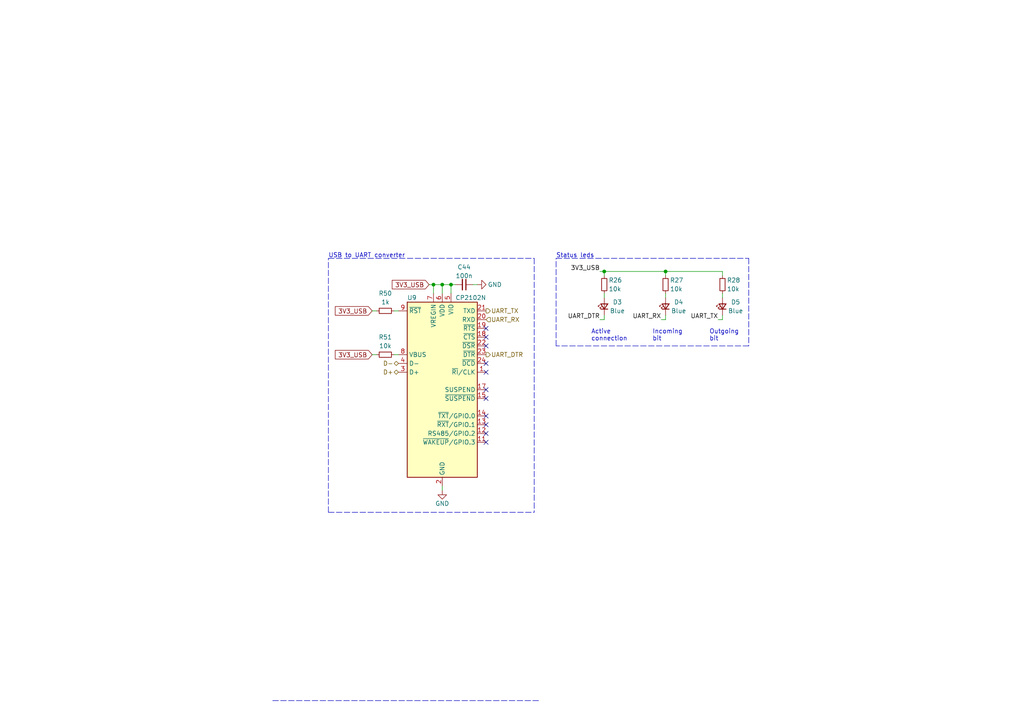
<source format=kicad_sch>
(kicad_sch (version 20211123) (generator eeschema)
  (paper "A4")
  (title_block (title "4x38W amp with DSP and BT") (date "2022-04-17") (rev "1.1.1") (company "ZOUDIO"))
  (lib_symbols
    (symbol "Device:C_Small" (pin_numbers hide) (pin_names (offset 0.254) hide)
      (property "Reference" "C" (at 0.254 1.778 0))
      (property "Value" "C_Small" (at 0.254 -2.032 0))
      (symbol "C_Small_0_1"
        (polyline (pts (xy -1.524 -0.508) (xy 1.524 -0.508)) (stroke (width 0.3302)))
        (polyline (pts (xy -1.524 0.508) (xy 1.524 0.508)) (stroke (width 0.3048)))
      )
      (symbol "C_Small_1_1"
        (pin passive line (at 0 2.54 270) (length 2.032) (name "~") (number "1"))
        (pin passive line (at 0 -2.54 90) (length 2.032) (name "~") (number "2"))
      )
    )
    (symbol "Device:LED_Small" (pin_numbers hide) (pin_names (offset 0.254) hide)
      (property "Reference" "D" (at -1.27 3.175 0))
      (property "Value" "LED_Small" (at -4.445 -2.54 0))
      (symbol "LED_Small_0_1"
        (polyline (pts (xy -0.762 -1.016) (xy -0.762 1.016)) (stroke (width 0.254)))
        (polyline (pts (xy 1.016 0) (xy -0.762 0)))
        (polyline (pts (xy 0.762 -1.016) (xy -0.762 0) (xy 0.762 1.016) (xy 0.762 -1.016)) (stroke (width 0.254)))
        (polyline (pts (xy 0 0.762) (xy -0.508 1.27) (xy -0.254 1.27) (xy -0.508 1.27) (xy -0.508 1.016)))
        (polyline (pts (xy 0.508 1.27) (xy 0 1.778) (xy 0.254 1.778) (xy 0 1.778) (xy 0 1.524)))
      )
      (symbol "LED_Small_1_1"
        (pin passive line (at -2.54 0 0) (length 1.778) (name "K") (number "1"))
        (pin passive line (at 2.54 0 180) (length 1.778) (name "A") (number "2"))
      )
    )
    (symbol "Device:R_Small" (pin_numbers hide) (pin_names (offset 0.254) hide)
      (property "Reference" "R" (at 0.762 0.508 0))
      (property "Value" "R_Small" (at 0.762 -1.016 0))
      (symbol "R_Small_0_1"
        (rectangle (start -0.762 1.778) (end 0.762 -1.778) (stroke (width 0.2032)))
      )
      (symbol "R_Small_1_1"
        (pin passive line (at 0 2.54 270) (length 0.762) (name "~") (number "1"))
        (pin passive line (at 0 -2.54 90) (length 0.762) (name "~") (number "2"))
      )
    )
    (symbol "Interface_USB:CP2102N-Axx-xQFN24"
      (property "Reference" "U" (at -8.89 26.67 0))
      (property "Value" "CP2102N-Axx-xQFN24" (at 13.97 26.67 0))
      (symbol "CP2102N-Axx-xQFN24_0_1"
        (rectangle (start -10.16 25.4) (end 10.16 -25.4) (stroke (width 0.254)) (fill (type background)))
      )
      (symbol "CP2102N-Axx-xQFN24_1_1"
        (pin bidirectional line (at 12.7 5.08 180) (length 2.54) (name "~{RI}/CLK") (number "1"))
        (pin no_connect line (at -10.16 -22.86 0) (length 2.54) hide (name "NC") (number "10"))
        (pin bidirectional line (at 12.7 -15.24 180) (length 2.54) (name "~{WAKEUP}/GPIO.3") (number "11"))
        (pin bidirectional line (at 12.7 -12.7 180) (length 2.54) (name "RS485/GPIO.2") (number "12"))
        (pin bidirectional line (at 12.7 -10.16 180) (length 2.54) (name "~{RXT}/GPIO.1") (number "13"))
        (pin bidirectional line (at 12.7 -7.62 180) (length 2.54) (name "~{TXT}/GPIO.0") (number "14"))
        (pin output line (at 12.7 -2.54 180) (length 2.54) (name "~{SUSPEND}") (number "15"))
        (pin no_connect line (at 10.16 -22.86 180) (length 2.54) hide (name "NC") (number "16"))
        (pin output line (at 12.7 0 180) (length 2.54) (name "SUSPEND") (number "17"))
        (pin input line (at 12.7 15.24 180) (length 2.54) (name "~{CTS}") (number "18"))
        (pin output line (at 12.7 17.78 180) (length 2.54) (name "~{RTS}") (number "19"))
        (pin power_in line (at 0 -27.94 90) (length 2.54) (name "GND") (number "2"))
        (pin input line (at 12.7 20.32 180) (length 2.54) (name "RXD") (number "20"))
        (pin output line (at 12.7 22.86 180) (length 2.54) (name "TXD") (number "21"))
        (pin input line (at 12.7 12.7 180) (length 2.54) (name "~{DSR}") (number "22"))
        (pin output line (at 12.7 10.16 180) (length 2.54) (name "~{DTR}") (number "23"))
        (pin input line (at 12.7 7.62 180) (length 2.54) (name "~{DCD}") (number "24"))
        (pin passive line (at 0 -27.94 90) (length 2.54) hide (name "GND") (number "25"))
        (pin bidirectional line (at -12.7 5.08 0) (length 2.54) (name "D+") (number "3"))
        (pin bidirectional line (at -12.7 7.62 0) (length 2.54) (name "D-") (number "4"))
        (pin power_in line (at 2.54 27.94 270) (length 2.54) (name "VIO") (number "5"))
        (pin power_in line (at 0 27.94 270) (length 2.54) (name "VDD") (number "6"))
        (pin power_in line (at -2.54 27.94 270) (length 2.54) (name "VREGIN") (number "7"))
        (pin input line (at -12.7 10.16 0) (length 2.54) (name "VBUS") (number "8"))
        (pin input line (at -12.7 22.86 0) (length 2.54) (name "~{RST}") (number "9"))
      )
    )
    (symbol "power:GND" (power) (pin_names (offset 0))
      (property "Value" "GND" (at 0 -3.81 0))
      (symbol "GND_0_1"
        (polyline (pts (xy 0 0) (xy 0 -1.27) (xy 1.27 -1.27) (xy 0 -2.54) (xy -1.27 -1.27) (xy 0 -1.27)))
      )
      (symbol "GND_1_1"
        (pin power_in line (at 0 0 270) (length 0) hide (name "GND") (number "1"))
      )
    )
  )
  (junction (at 125.73 82.55))
  (junction (at 175.26 78.74))
  (junction (at 193.04 78.74))
  (junction (at 128.27 82.55))
  (junction (at 130.81 82.55))
  (no_connect (at 140.97 97.79))
  (no_connect (at 140.97 95.25))
  (no_connect (at 140.97 100.33))
  (no_connect (at 140.97 107.95))
  (no_connect (at 140.97 128.27))
  (no_connect (at 140.97 125.73))
  (no_connect (at 140.97 123.19))
  (no_connect (at 140.97 120.65))
  (no_connect (at 140.97 105.41))
  (no_connect (at 140.97 115.57))
  (no_connect (at 140.97 113.03))
  (wire (pts (xy 114.3 90.17) (xy 115.57 90.17)))
  (wire (pts (xy 137.16 82.55) (xy 138.43 82.55)))
  (wire (pts (xy 175.26 78.74) (xy 173.99 78.74)))
  (wire (pts (xy 125.73 82.55) (xy 125.73 85.09)))
  (wire (pts (xy 107.95 90.17) (xy 109.22 90.17)))
  (wire (pts (xy 209.55 92.71) (xy 209.55 91.44)))
  (wire (pts (xy 130.81 82.55) (xy 130.81 85.09)))
  (wire (pts (xy 191.77 92.71) (xy 193.04 92.71)))
  (wire (pts (xy 128.27 140.97) (xy 128.27 142.24)))
  (polyline (pts (xy 95.25 74.93) (xy 154.94 74.93)))
  (wire (pts (xy 175.26 85.09) (xy 175.26 86.36)))
  (wire (pts (xy 128.27 82.55) (xy 128.27 85.09)))
  (polyline (pts (xy 161.29 100.33) (xy 161.29 74.93)))
  (wire (pts (xy 175.26 78.74) (xy 175.26 80.01)))
  (wire (pts (xy 175.26 92.71) (xy 173.99 92.71)))
  (wire (pts (xy 193.04 80.01) (xy 193.04 78.74)))
  (polyline (pts (xy 95.25 148.59) (xy 95.25 74.93)))
  (wire (pts (xy 209.55 85.09) (xy 209.55 86.36)))
  (wire (pts (xy 124.46 82.55) (xy 125.73 82.55)))
  (wire (pts (xy 175.26 91.44) (xy 175.26 92.71)))
  (wire (pts (xy 193.04 85.09) (xy 193.04 86.36)))
  (polyline (pts (xy 217.17 74.93) (xy 217.17 100.33)))
  (wire (pts (xy 175.26 78.74) (xy 193.04 78.74)))
  (polyline (pts (xy 217.17 100.33) (xy 161.29 100.33)))
  (polyline (pts (xy 154.94 74.93) (xy 154.94 148.59)))
  (wire (pts (xy 125.73 82.55) (xy 128.27 82.55)))
  (wire (pts (xy 128.27 82.55) (xy 130.81 82.55)))
  (polyline (pts (xy 156.21 203.2) (xy 78.74 203.2)))
  (wire (pts (xy 193.04 78.74) (xy 209.55 78.74)))
  (wire (pts (xy 130.81 82.55) (xy 132.08 82.55)))
  (wire (pts (xy 114.3 102.87) (xy 115.57 102.87)))
  (polyline (pts (xy 95.25 148.59) (xy 154.94 148.59)))
  (wire (pts (xy 209.55 80.01) (xy 209.55 78.74)))
  (wire (pts (xy 193.04 92.71) (xy 193.04 91.44)))
  (wire (pts (xy 208.28 92.71) (xy 209.55 92.71)))
  (polyline (pts (xy 161.29 74.93) (xy 217.17 74.93)))
  (wire (pts (xy 109.22 102.87) (xy 107.95 102.87)))
  (text "Incoming\nbit" (at 189.23 99.06 0) (effects (font (size 1.27 1.27)) (justify left bottom)))
  (text "USB to UART converter" (at 95.25 74.93 0) (effects (font (size 1.27 1.27)) (justify left bottom)))
  (text "Status leds" (at 161.29 74.93 0) (effects (font (size 1.27 1.27)) (justify left bottom)))
  (text "Active\nconnection" (at 171.45 99.06 0) (effects (font (size 1.27 1.27)) (justify left bottom)))
  (text "Outgoing\nbit" (at 205.74 99.06 0) (effects (font (size 1.27 1.27)) (justify left bottom)))
  (label "UART_TX" (at 208.28 92.71 180))
  (label "UART_RX" (at 191.77 92.71 180))
  (label "3V3_USB" (at 173.99 78.74 180))
  (label "UART_DTR" (at 173.99 92.71 180))
  (global_label "3V3_USB" (shape input) (at 124.46 82.55 180) (property "Intersheet References" "${INTERSHEET_REFS}" (effects hide)))
  (global_label "3V3_USB" (shape input) (at 107.95 102.87 180) (property "Intersheet References" "${INTERSHEET_REFS}" (effects hide)))
  (global_label "3V3_USB" (shape input) (at 107.95 90.17 180) (property "Intersheet References" "${INTERSHEET_REFS}" (effects hide)))
  (hierarchical_label "D+" (shape bidirectional) (at 115.57 107.95 180))
  (hierarchical_label "UART_TX" (shape output) (at 140.97 90.17 0))
  (hierarchical_label "D-" (shape bidirectional) (at 115.57 105.41 180))
  (hierarchical_label "UART_RX" (shape input) (at 140.97 92.71 0))
  (hierarchical_label "UART_DTR" (shape output) (at 140.97 102.87 0))
  (symbol (lib_id "Device:R_Small") (at 209.55 82.55 0) (unit 1)
    (property "Reference" "R28" (at 210.82 81.28 0) (effects (justify left)))
    (property "Value" "10k" (at 210.82 83.82 0) (effects (justify left)))
    (property "Footprint" "Resistor_SMD:R_0603_1608Metric" (effects hide))
    (property "Manufacturer" "Yageo" (effects hide))
    (property "Partnumber" "RC0603FR-0710KL" (effects hide))
  )
  (symbol (lib_id "Device:LED_Small") (at 209.55 88.9 90) (unit 1)
    (property "Reference" "D5" (at 213.36 87.63 90))
    (property "Value" "Blue" (at 213.36 90.17 90))
    (property "Footprint" "LED_SMD:LED_0603_1608Metric" (effects hide))
    (property "Manufacturer" "Wurth" (effects hide))
    (property "Partnumber" "150060BS75000" (effects hide))
  )
  (symbol (lib_id "Device:R_Small") (at 193.04 82.55 0) (unit 1)
    (property "Reference" "R27" (at 194.31 81.28 0) (effects (justify left)))
    (property "Value" "10k" (at 194.31 83.82 0) (effects (justify left)))
    (property "Footprint" "Resistor_SMD:R_0603_1608Metric" (effects hide))
    (property "Manufacturer" "Yageo" (effects hide))
    (property "Partnumber" "RC0603FR-0710KL" (effects hide))
  )
  (symbol (lib_id "Device:LED_Small") (at 193.04 88.9 90) (unit 1)
    (property "Reference" "D4" (at 196.85 87.63 90))
    (property "Value" "Blue" (at 196.85 90.17 90))
    (property "Footprint" "LED_SMD:LED_0603_1608Metric" (effects hide))
    (property "Manufacturer" "Wurth" (effects hide))
    (property "Partnumber" "150060BS75000" (effects hide))
  )
  (symbol (lib_id "Device:R_Small") (at 175.26 82.55 0) (unit 1)
    (property "Reference" "R26" (at 176.53 81.28 0) (effects (justify left)))
    (property "Value" "10k" (at 176.53 83.82 0) (effects (justify left)))
    (property "Footprint" "Resistor_SMD:R_0603_1608Metric" (effects hide))
    (property "Manufacturer" "Yageo" (effects hide))
    (property "Partnumber" "RC0603FR-0710KL" (effects hide))
  )
  (symbol (lib_id "Device:LED_Small") (at 175.26 88.9 90) (unit 1)
    (property "Reference" "D3" (at 179.07 87.63 90))
    (property "Value" "Blue" (at 179.07 90.17 90))
    (property "Footprint" "LED_SMD:LED_0603_1608Metric" (effects hide))
    (property "Manufacturer" "Wurth" (effects hide))
    (property "Partnumber" "150060BS75000" (effects hide))
  )
  (symbol (lib_id "Device:C_Small") (at 134.62 82.55 270) (mirror x) (unit 1)
    (property "Reference" "C44" (at 134.62 77.47 90))
    (property "Value" "100n" (at 134.62 80.01 90))
    (property "Footprint" "Capacitor_SMD:C_0603_1608Metric" (effects hide))
    (property "Manufacturer" "Murata" (effects hide))
    (property "Partnumber" "GCM188L81H104KA57D" (effects hide))
  )
  (symbol (lib_id "Device:R_Small") (at 111.76 90.17 90) (unit 1)
    (property "Reference" "R50" (at 111.76 85.09 90))
    (property "Value" "1k" (at 113.03 87.63 90) (effects (justify left)))
    (property "Footprint" "Resistor_SMD:R_0603_1608Metric" (effects hide))
    (property "Manufacturer" "Yageo" (effects hide))
    (property "Partnumber" "RC0603FR-071KL" (effects hide))
  )
  (symbol (lib_id "Device:R_Small") (at 111.76 102.87 90) (unit 1)
    (property "Reference" "R51" (at 111.76 97.79 90))
    (property "Value" "10k" (at 111.76 100.33 90))
    (property "Footprint" "Resistor_SMD:R_0603_1608Metric" (effects hide))
    (property "Manufacturer" "Yageo" (effects hide))
    (property "Partnumber" "RC0603FR-0710KL" (effects hide))
  )
  (symbol (lib_id "Interface_USB:CP2102N-Axx-xQFN24") (at 128.27 113.03 0) (unit 1)
    (property "Reference" "U9" (at 118.11 86.36 0) (effects (justify left)))
    (property "Value" "CP2102N" (at 132.08 86.36 0) (effects (justify left)))
    (property "Footprint" "Package_DFN_QFN:QFN-24-1EP_4x4mm_P0.5mm_EP2.6x2.6mm" (effects hide))
    (property "Datasheet" "https://www.silabs.com/documents/public/data-sheets/cp2102n-datasheet.pdf" (effects hide))
    (property "Manufacturer" "Silicon Labs" (effects hide))
    (property "Partnumber" "CP2102N-A02-GQFN24" (effects hide))
  )
  (symbol (lib_id "power:GND") (at 128.27 142.24 0) (unit 1)
    (property "Reference" "#PWR0162" (effects hide))
    (property "Value" "GND" (at 128.27 146.05 0))
  )
  (symbol (lib_id "power:GND") (at 138.43 82.55 90) (unit 1)
    (property "Reference" "#PWR0119" (effects hide))
    (property "Value" "GND" (at 143.51 82.55 90))
  )
)
</source>
